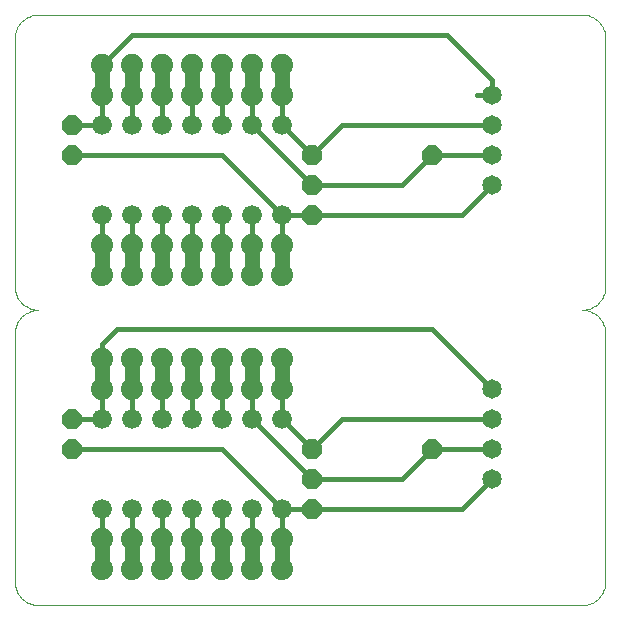
<source format=gbl>
G75*
%MOIN*%
%OFA0B0*%
%FSLAX24Y24*%
%IPPOS*%
%LPD*%
%AMOC8*
5,1,8,0,0,1.08239X$1,22.5*
%
%ADD10C,0.0000*%
%ADD11C,0.0004*%
%ADD12C,0.0660*%
%ADD13OC8,0.0660*%
%ADD14C,0.0650*%
%ADD15C,0.0740*%
%ADD16C,0.0500*%
%ADD17C,0.0160*%
D10*
X000102Y000889D02*
X000102Y009157D01*
X000102Y010732D02*
X000102Y019000D01*
X000889Y019787D02*
X019000Y019787D01*
X019787Y019000D02*
X019787Y010732D01*
X019787Y009157D02*
X019787Y000889D01*
X019000Y000102D02*
X000889Y000102D01*
D11*
X000835Y000104D01*
X000782Y000109D01*
X000729Y000118D01*
X000677Y000131D01*
X000625Y000147D01*
X000575Y000167D01*
X000527Y000190D01*
X000480Y000217D01*
X000435Y000246D01*
X000392Y000279D01*
X000352Y000314D01*
X000314Y000352D01*
X000279Y000392D01*
X000246Y000435D01*
X000217Y000480D01*
X000190Y000527D01*
X000167Y000575D01*
X000147Y000625D01*
X000131Y000677D01*
X000118Y000729D01*
X000109Y000782D01*
X000104Y000835D01*
X000102Y000889D01*
X000102Y009157D02*
X000104Y009211D01*
X000109Y009264D01*
X000118Y009317D01*
X000131Y009369D01*
X000147Y009421D01*
X000167Y009471D01*
X000190Y009519D01*
X000217Y009566D01*
X000246Y009611D01*
X000279Y009654D01*
X000314Y009694D01*
X000352Y009732D01*
X000392Y009767D01*
X000435Y009800D01*
X000480Y009829D01*
X000527Y009856D01*
X000575Y009879D01*
X000625Y009899D01*
X000677Y009915D01*
X000729Y009928D01*
X000782Y009937D01*
X000835Y009942D01*
X000889Y009944D01*
X000889Y009945D02*
X000835Y009947D01*
X000782Y009952D01*
X000729Y009961D01*
X000677Y009974D01*
X000625Y009990D01*
X000575Y010010D01*
X000527Y010033D01*
X000480Y010060D01*
X000435Y010089D01*
X000392Y010122D01*
X000352Y010157D01*
X000314Y010195D01*
X000279Y010235D01*
X000246Y010278D01*
X000217Y010323D01*
X000190Y010370D01*
X000167Y010418D01*
X000147Y010468D01*
X000131Y010520D01*
X000118Y010572D01*
X000109Y010625D01*
X000104Y010678D01*
X000102Y010732D01*
X000102Y019000D02*
X000104Y019054D01*
X000109Y019107D01*
X000118Y019160D01*
X000131Y019212D01*
X000147Y019264D01*
X000167Y019314D01*
X000190Y019362D01*
X000217Y019409D01*
X000246Y019454D01*
X000279Y019497D01*
X000314Y019537D01*
X000352Y019575D01*
X000392Y019610D01*
X000435Y019643D01*
X000480Y019672D01*
X000527Y019699D01*
X000575Y019722D01*
X000625Y019742D01*
X000677Y019758D01*
X000729Y019771D01*
X000782Y019780D01*
X000835Y019785D01*
X000889Y019787D01*
X019000Y019787D02*
X019054Y019785D01*
X019107Y019780D01*
X019160Y019771D01*
X019212Y019758D01*
X019264Y019742D01*
X019314Y019722D01*
X019362Y019699D01*
X019409Y019672D01*
X019454Y019643D01*
X019497Y019610D01*
X019537Y019575D01*
X019575Y019537D01*
X019610Y019497D01*
X019643Y019454D01*
X019672Y019409D01*
X019699Y019362D01*
X019722Y019314D01*
X019742Y019264D01*
X019758Y019212D01*
X019771Y019160D01*
X019780Y019107D01*
X019785Y019054D01*
X019787Y019000D01*
X019787Y010732D02*
X019785Y010678D01*
X019780Y010625D01*
X019771Y010572D01*
X019758Y010520D01*
X019742Y010468D01*
X019722Y010418D01*
X019699Y010370D01*
X019672Y010323D01*
X019643Y010278D01*
X019610Y010235D01*
X019575Y010195D01*
X019537Y010157D01*
X019497Y010122D01*
X019454Y010089D01*
X019409Y010060D01*
X019362Y010033D01*
X019314Y010010D01*
X019264Y009990D01*
X019212Y009974D01*
X019160Y009961D01*
X019107Y009952D01*
X019054Y009947D01*
X019000Y009945D01*
X019000Y009944D02*
X019054Y009942D01*
X019107Y009937D01*
X019160Y009928D01*
X019212Y009915D01*
X019264Y009899D01*
X019314Y009879D01*
X019362Y009856D01*
X019409Y009829D01*
X019454Y009800D01*
X019497Y009767D01*
X019537Y009732D01*
X019575Y009694D01*
X019610Y009654D01*
X019643Y009611D01*
X019672Y009566D01*
X019699Y009519D01*
X019722Y009471D01*
X019742Y009421D01*
X019758Y009369D01*
X019771Y009317D01*
X019780Y009264D01*
X019785Y009211D01*
X019787Y009157D01*
X019787Y000889D02*
X019785Y000835D01*
X019780Y000782D01*
X019771Y000729D01*
X019758Y000677D01*
X019742Y000625D01*
X019722Y000575D01*
X019699Y000527D01*
X019672Y000480D01*
X019643Y000435D01*
X019610Y000392D01*
X019575Y000352D01*
X019537Y000314D01*
X019497Y000279D01*
X019454Y000246D01*
X019409Y000217D01*
X019362Y000190D01*
X019314Y000167D01*
X019264Y000147D01*
X019212Y000131D01*
X019160Y000118D01*
X019107Y000109D01*
X019054Y000104D01*
X019000Y000102D01*
D12*
X009011Y003299D03*
X008011Y003299D03*
X007011Y003299D03*
X006011Y003299D03*
X005011Y003299D03*
X004011Y003299D03*
X003011Y003299D03*
X003011Y006299D03*
X004011Y006299D03*
X005011Y006299D03*
X006011Y006299D03*
X007011Y006299D03*
X008011Y006299D03*
X009011Y006299D03*
X009011Y013102D03*
X008011Y013102D03*
X007011Y013102D03*
X006011Y013102D03*
X005011Y013102D03*
X004011Y013102D03*
X003011Y013102D03*
X003011Y016102D03*
X004011Y016102D03*
X005011Y016102D03*
X006011Y016102D03*
X007011Y016102D03*
X008011Y016102D03*
X009011Y016102D03*
D13*
X010011Y015102D03*
X010011Y014102D03*
X010011Y013102D03*
X014011Y015102D03*
X014011Y005299D03*
X010011Y005299D03*
X010011Y004299D03*
X010011Y003299D03*
X002011Y005299D03*
X002011Y006299D03*
X002011Y015102D03*
X002011Y016102D03*
D14*
X016011Y016102D03*
X016011Y017102D03*
X016011Y015102D03*
X016011Y014102D03*
X016011Y007299D03*
X016011Y006299D03*
X016011Y005299D03*
X016011Y004299D03*
D15*
X009011Y002299D03*
X008011Y002299D03*
X007011Y002299D03*
X006011Y002299D03*
X005011Y002299D03*
X004011Y002299D03*
X003011Y002299D03*
X003011Y001299D03*
X004011Y001299D03*
X005011Y001299D03*
X006011Y001299D03*
X007011Y001299D03*
X008011Y001299D03*
X009011Y001299D03*
X009011Y007299D03*
X008011Y007299D03*
X007011Y007299D03*
X006011Y007299D03*
X005011Y007299D03*
X004011Y007299D03*
X003011Y007299D03*
X003011Y008299D03*
X004011Y008299D03*
X005011Y008299D03*
X006011Y008299D03*
X007011Y008299D03*
X008011Y008299D03*
X009011Y008299D03*
X009011Y011102D03*
X008011Y011102D03*
X007011Y011102D03*
X006011Y011102D03*
X005011Y011102D03*
X004011Y011102D03*
X003011Y011102D03*
X003011Y012102D03*
X004011Y012102D03*
X005011Y012102D03*
X006011Y012102D03*
X007011Y012102D03*
X008011Y012102D03*
X009011Y012102D03*
X009011Y017102D03*
X008011Y017102D03*
X007011Y017102D03*
X006011Y017102D03*
X005011Y017102D03*
X004011Y017102D03*
X003011Y017102D03*
X003011Y018102D03*
X004011Y018102D03*
X005011Y018102D03*
X006011Y018102D03*
X007011Y018102D03*
X008011Y018102D03*
X009011Y018102D03*
D16*
X009011Y017102D01*
X008011Y017102D02*
X008011Y018102D01*
X007011Y018102D02*
X007011Y017102D01*
X006011Y017102D02*
X006011Y018102D01*
X005011Y018102D02*
X005011Y017102D01*
X004011Y017102D02*
X004011Y018102D01*
X003011Y018102D02*
X003011Y017102D01*
X003011Y012102D02*
X003011Y011102D01*
X004011Y011102D02*
X004011Y012102D01*
X005011Y012102D02*
X005011Y011102D01*
X006011Y011102D02*
X006011Y012102D01*
X007011Y012102D02*
X007011Y011102D01*
X008011Y011102D02*
X008011Y012102D01*
X009011Y012102D02*
X009011Y011102D01*
X009011Y008299D02*
X009011Y007299D01*
X008011Y007299D02*
X008011Y008299D01*
X007011Y008299D02*
X007011Y007299D01*
X006011Y007299D02*
X006011Y008299D01*
X005011Y008299D02*
X005011Y007299D01*
X004011Y007299D02*
X004011Y008299D01*
X003011Y008299D02*
X003011Y007299D01*
X003011Y002299D02*
X003011Y001299D01*
X004011Y001299D02*
X004011Y002299D01*
X005011Y002299D02*
X005011Y001299D01*
X006011Y001299D02*
X006011Y002299D01*
X007011Y002299D02*
X007011Y001299D01*
X008011Y001299D02*
X008011Y002299D01*
X009011Y002299D02*
X009011Y001299D01*
D17*
X009011Y002299D02*
X009011Y003299D01*
X007011Y005299D01*
X002011Y005299D01*
X002011Y006299D02*
X003011Y006299D01*
X003011Y007299D01*
X003011Y008299D02*
X003011Y008799D01*
X003511Y009299D01*
X014011Y009299D01*
X016011Y007299D01*
X016011Y006299D02*
X011011Y006299D01*
X010011Y005299D01*
X009011Y006299D01*
X009011Y007299D01*
X008011Y007299D02*
X008011Y006299D01*
X010011Y004299D01*
X013011Y004299D01*
X014011Y005299D01*
X016011Y005299D01*
X016011Y004299D02*
X015011Y003299D01*
X010011Y003299D01*
X009011Y003299D01*
X008011Y003299D02*
X008011Y002299D01*
X007011Y002299D02*
X007011Y003299D01*
X006011Y003299D02*
X006011Y002299D01*
X005011Y002299D02*
X005011Y003299D01*
X004011Y003299D02*
X004011Y002299D01*
X003011Y002299D02*
X003011Y003299D01*
X004011Y006299D02*
X004011Y007299D01*
X005011Y007299D02*
X005011Y006299D01*
X006011Y006299D02*
X006011Y007299D01*
X007011Y007299D02*
X007011Y006299D01*
X007011Y012102D02*
X007011Y013102D01*
X006011Y013102D02*
X006011Y012102D01*
X005011Y012102D02*
X005011Y013102D01*
X004011Y013102D02*
X004011Y012102D01*
X003011Y012102D02*
X003011Y013102D01*
X002011Y015102D02*
X007011Y015102D01*
X009011Y013102D01*
X009011Y012102D01*
X008011Y012102D02*
X008011Y013102D01*
X009011Y013102D02*
X010011Y013102D01*
X015011Y013102D01*
X016011Y014102D01*
X016011Y015102D02*
X014011Y015102D01*
X013011Y014102D01*
X010011Y014102D01*
X008011Y016102D01*
X008011Y017102D01*
X007011Y017102D02*
X007011Y016102D01*
X006011Y016102D02*
X006011Y017102D01*
X005011Y017102D02*
X005011Y016102D01*
X004011Y016102D02*
X004011Y017102D01*
X003011Y017102D02*
X003011Y016102D01*
X002011Y016102D01*
X003011Y017102D02*
X003011Y018102D01*
X004011Y019102D01*
X014511Y019102D01*
X016011Y017602D01*
X016011Y017102D01*
X015511Y017102D01*
X016011Y016102D02*
X011011Y016102D01*
X010011Y015102D01*
X009011Y016102D01*
X009011Y017102D01*
M02*

</source>
